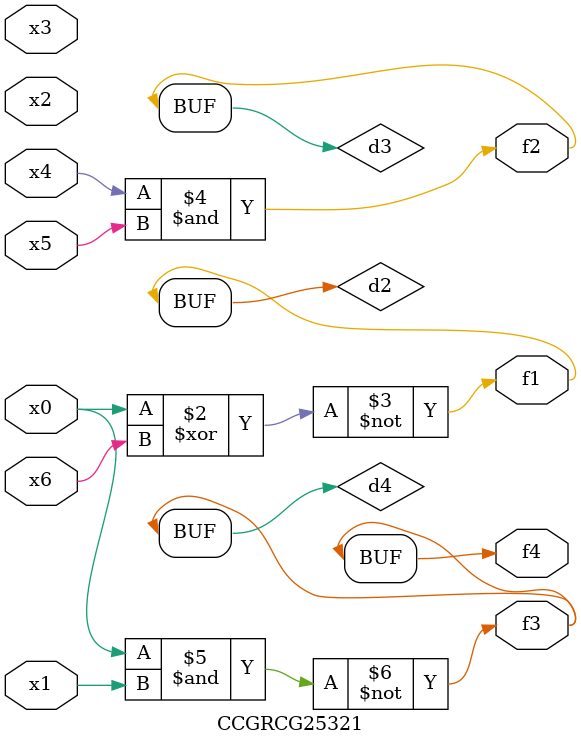
<source format=v>
module CCGRCG25321(
	input x0, x1, x2, x3, x4, x5, x6,
	output f1, f2, f3, f4
);

	wire d1, d2, d3, d4;

	nor (d1, x0);
	xnor (d2, x0, x6);
	and (d3, x4, x5);
	nand (d4, x0, x1);
	assign f1 = d2;
	assign f2 = d3;
	assign f3 = d4;
	assign f4 = d4;
endmodule

</source>
